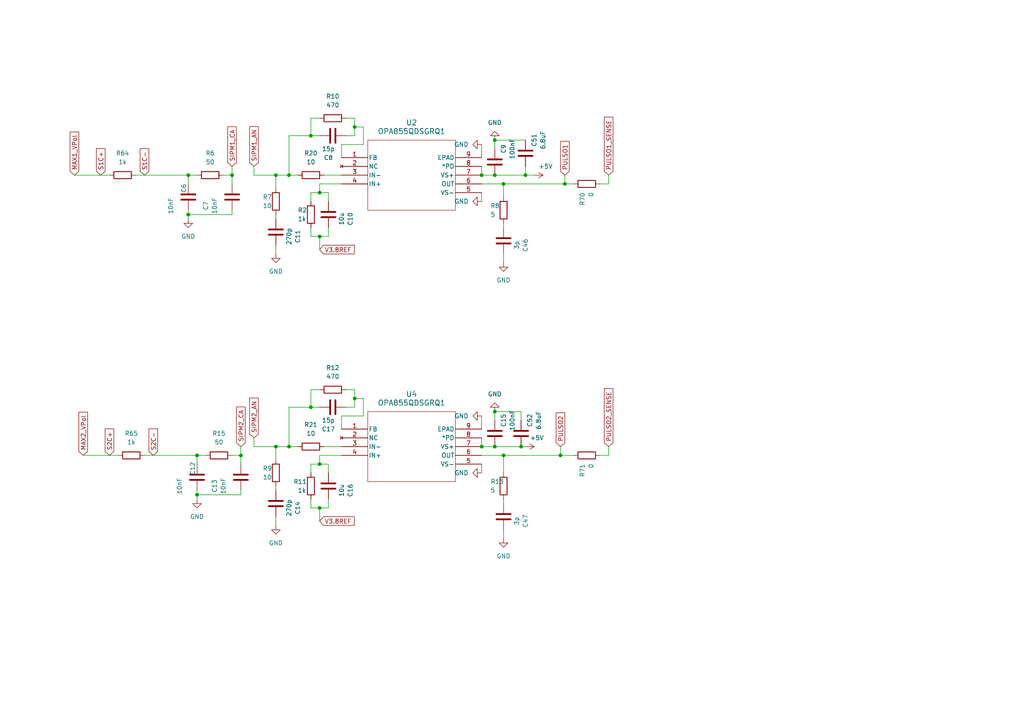
<source format=kicad_sch>
(kicad_sch (version 20230121) (generator eeschema)
  (paper "A4")
  (lib_symbols
    (symbol "Device:C" (pin_numbers hide) (pin_names (offset 0.254))
      (property "Reference" "C" (at 0.635 2.54 0))
      (property "Value" "C" (at 0.635 -2.54 0))
      (symbol "C_0_1"
        (polyline (pts (xy -2.032 -0.762) (xy 2.032 -0.762)) (stroke (width 0.508)))
        (polyline (pts (xy -2.032 0.762) (xy 2.032 0.762)) (stroke (width 0.508)))
      )
      (symbol "C_1_1"
        (pin passive line (at 0 3.81 270) (length 2.794) (name "~") (number "1"))
        (pin passive line (at 0 -3.81 90) (length 2.794) (name "~") (number "2"))
      )
    )
    (symbol "Device:R" (pin_numbers hide) (pin_names (offset 0))
      (property "Reference" "R" (at 2.032 0 90))
      (property "Value" "R" (at 0 0 90))
      (symbol "R_0_1"
        (rectangle (start -1.016 -2.54) (end 1.016 2.54) (stroke (width 0.254)))
      )
      (symbol "R_1_1"
        (pin passive line (at 0 3.81 270) (length 1.27) (name "~") (number "1"))
        (pin passive line (at 0 -3.81 90) (length 1.27) (name "~") (number "2"))
      )
    )
    (symbol "OPA855:OPA855QDSGRQ1" (pin_names (offset 0.254))
      (property "Reference" "U" (at 20.32 10.16 0))
      (property "Value" "OPA855QDSGRQ1" (at 20.32 7.62 0))
      (symbol "OPA855QDSGRQ1_0_1"
        (polyline (pts (xy 7.62 -15.24) (xy 33.02 -15.24)) (stroke (width 0.127)))
        (polyline (pts (xy 7.62 5.08) (xy 7.62 -15.24)) (stroke (width 0.127)))
        (polyline (pts (xy 33.02 -15.24) (xy 33.02 5.08)) (stroke (width 0.127)))
        (polyline (pts (xy 33.02 5.08) (xy 7.62 5.08)) (stroke (width 0.127)))
        (pin input line (at 0 0 0) (length 7.62) (name "FB") (number "1"))
        (pin no_connect line (at 0 -2.54 0) (length 7.62) (name "NC") (number "2"))
        (pin input line (at 0 -5.08 0) (length 7.62) (name "IN-") (number "3"))
        (pin input line (at 0 -7.62 0) (length 7.62) (name "IN+") (number "4"))
        (pin power_in line (at 40.64 -10.16 180) (length 7.62) (name "VS-") (number "5"))
        (pin output line (at 40.64 -7.62 180) (length 7.62) (name "OUT") (number "6"))
        (pin power_in line (at 40.64 -5.08 180) (length 7.62) (name "VS+") (number "7"))
        (pin input line (at 40.64 -2.54 180) (length 7.62) (name "*PD") (number "8"))
        (pin power_in line (at 40.64 0 180) (length 7.62) (name "EPAD") (number "9"))
      )
    )
    (symbol "power:+5V" (power) (pin_names (offset 0))
      (property "Value" "+5V" (at 0 3.556 0))
      (symbol "+5V_0_1"
        (polyline (pts (xy -0.762 1.27) (xy 0 2.54)))
        (polyline (pts (xy 0 0) (xy 0 2.54)))
        (polyline (pts (xy 0 2.54) (xy 0.762 1.27)))
      )
      (symbol "+5V_1_1"
        (pin power_in line (at 0 0 90) (length 0) hide (name "+5V") (number "1"))
      )
    )
    (symbol "power:GND" (power) (pin_names (offset 0))
      (property "Value" "GND" (at 0 -3.81 0))
      (symbol "GND_0_1"
        (polyline (pts (xy 0 0) (xy 0 -1.27) (xy 1.27 -1.27) (xy 0 -2.54) (xy -1.27 -1.27) (xy 0 -1.27)))
      )
      (symbol "GND_1_1"
        (pin power_in line (at 0 0 270) (length 0) hide (name "GND") (number "1"))
      )
    )
  )
  (junction (at 143.51 119.38))
  (junction (at 80.01 129.54))
  (junction (at 143.51 40.64))
  (junction (at 54.61 62.23))
  (junction (at 69.85 132.08))
  (junction (at 57.15 132.08))
  (junction (at 152.4 50.8))
  (junction (at 102.87 115.57))
  (junction (at 163.83 53.34))
  (junction (at 143.51 129.54))
  (junction (at 139.7 50.8))
  (junction (at 83.82 50.8))
  (junction (at 83.82 129.54))
  (junction (at 146.05 53.34))
  (junction (at 139.7 129.54))
  (junction (at 92.71 147.32))
  (junction (at 67.31 50.8))
  (junction (at 146.05 132.08))
  (junction (at 143.51 50.8))
  (junction (at 90.17 39.37))
  (junction (at 92.71 134.62))
  (junction (at 90.17 118.11))
  (junction (at 57.15 143.51))
  (junction (at 162.56 132.08))
  (junction (at 80.01 50.8))
  (junction (at 92.71 55.88))
  (junction (at 54.61 50.8))
  (junction (at 151.13 129.54))
  (junction (at 102.87 36.83))
  (junction (at 92.71 68.58))
  (wire (pts (xy 143.51 40.64) (xy 152.4 40.64)))
  (wire (pts (xy 105.41 36.83) (xy 102.87 36.83)))
  (wire (pts (xy 69.85 129.54) (xy 69.85 132.08)))
  (wire (pts (xy 162.56 129.54) (xy 162.56 132.08)))
  (wire (pts (xy 163.83 50.8) (xy 163.83 53.34)))
  (wire (pts (xy 152.4 48.26) (xy 152.4 50.8)))
  (wire (pts (xy 83.82 129.54) (xy 83.82 118.11)))
  (wire (pts (xy 80.01 71.12) (xy 80.01 73.66)))
  (wire (pts (xy 73.66 127) (xy 73.66 129.54)))
  (wire (pts (xy 139.7 48.26) (xy 139.7 50.8)))
  (wire (pts (xy 67.31 132.08) (xy 69.85 132.08)))
  (wire (pts (xy 92.71 39.37) (xy 90.17 39.37)))
  (wire (pts (xy 90.17 147.32) (xy 90.17 144.78)))
  (wire (pts (xy 21.59 50.8) (xy 31.75 50.8)))
  (wire (pts (xy 143.51 129.54) (xy 151.13 129.54)))
  (wire (pts (xy 83.82 50.8) (xy 86.36 50.8)))
  (wire (pts (xy 73.66 50.8) (xy 80.01 50.8)))
  (wire (pts (xy 24.13 132.08) (xy 34.29 132.08)))
  (wire (pts (xy 93.98 50.8) (xy 99.06 50.8)))
  (wire (pts (xy 80.01 129.54) (xy 83.82 129.54)))
  (wire (pts (xy 90.17 39.37) (xy 90.17 34.29)))
  (wire (pts (xy 102.87 113.03) (xy 102.87 115.57)))
  (wire (pts (xy 146.05 132.08) (xy 162.56 132.08)))
  (wire (pts (xy 146.05 73.66) (xy 146.05 76.2)))
  (wire (pts (xy 73.66 129.54) (xy 80.01 129.54)))
  (wire (pts (xy 57.15 142.24) (xy 57.15 143.51)))
  (wire (pts (xy 102.87 34.29) (xy 102.87 36.83)))
  (wire (pts (xy 176.53 50.8) (xy 176.53 53.34)))
  (wire (pts (xy 95.25 144.78) (xy 95.25 147.32)))
  (wire (pts (xy 95.25 68.58) (xy 92.71 68.58)))
  (wire (pts (xy 105.41 120.65) (xy 105.41 115.57)))
  (wire (pts (xy 152.4 50.8) (xy 154.94 50.8)))
  (wire (pts (xy 57.15 143.51) (xy 57.15 144.78)))
  (wire (pts (xy 151.13 121.92) (xy 151.13 119.38)))
  (wire (pts (xy 39.37 50.8) (xy 54.61 50.8)))
  (wire (pts (xy 139.7 41.91) (xy 139.7 45.72)))
  (wire (pts (xy 54.61 60.96) (xy 54.61 62.23)))
  (wire (pts (xy 176.53 53.34) (xy 173.99 53.34)))
  (wire (pts (xy 102.87 39.37) (xy 100.33 39.37)))
  (wire (pts (xy 139.7 137.16) (xy 139.7 134.62)))
  (wire (pts (xy 151.13 119.38) (xy 143.51 119.38)))
  (wire (pts (xy 102.87 118.11) (xy 100.33 118.11)))
  (wire (pts (xy 176.53 132.08) (xy 173.99 132.08)))
  (wire (pts (xy 143.51 50.8) (xy 152.4 50.8)))
  (wire (pts (xy 95.25 134.62) (xy 95.25 137.16)))
  (wire (pts (xy 93.98 129.54) (xy 99.06 129.54)))
  (wire (pts (xy 67.31 62.23) (xy 54.61 62.23)))
  (wire (pts (xy 90.17 137.16) (xy 90.17 134.62)))
  (wire (pts (xy 146.05 144.78) (xy 146.05 146.05)))
  (wire (pts (xy 146.05 53.34) (xy 163.83 53.34)))
  (wire (pts (xy 92.71 134.62) (xy 95.25 134.62)))
  (wire (pts (xy 100.33 34.29) (xy 102.87 34.29)))
  (wire (pts (xy 92.71 147.32) (xy 92.71 151.13)))
  (wire (pts (xy 139.7 129.54) (xy 143.51 129.54)))
  (wire (pts (xy 54.61 62.23) (xy 54.61 63.5)))
  (wire (pts (xy 57.15 132.08) (xy 59.69 132.08)))
  (wire (pts (xy 67.31 50.8) (xy 67.31 53.34)))
  (wire (pts (xy 99.06 41.91) (xy 105.41 41.91)))
  (wire (pts (xy 83.82 118.11) (xy 90.17 118.11)))
  (wire (pts (xy 83.82 129.54) (xy 86.36 129.54)))
  (wire (pts (xy 139.7 127) (xy 139.7 129.54)))
  (wire (pts (xy 54.61 50.8) (xy 57.15 50.8)))
  (wire (pts (xy 176.53 129.54) (xy 176.53 132.08)))
  (wire (pts (xy 83.82 39.37) (xy 90.17 39.37)))
  (wire (pts (xy 80.01 50.8) (xy 80.01 54.61)))
  (wire (pts (xy 95.25 66.04) (xy 95.25 68.58)))
  (wire (pts (xy 102.87 115.57) (xy 102.87 118.11)))
  (wire (pts (xy 95.25 55.88) (xy 95.25 58.42)))
  (wire (pts (xy 139.7 53.34) (xy 146.05 53.34)))
  (wire (pts (xy 41.91 132.08) (xy 57.15 132.08)))
  (wire (pts (xy 69.85 143.51) (xy 57.15 143.51)))
  (wire (pts (xy 92.71 55.88) (xy 95.25 55.88)))
  (wire (pts (xy 92.71 68.58) (xy 92.71 72.39)))
  (wire (pts (xy 105.41 41.91) (xy 105.41 36.83)))
  (wire (pts (xy 90.17 68.58) (xy 90.17 66.04)))
  (wire (pts (xy 90.17 34.29) (xy 92.71 34.29)))
  (wire (pts (xy 146.05 53.34) (xy 146.05 57.15)))
  (wire (pts (xy 73.66 48.26) (xy 73.66 50.8)))
  (wire (pts (xy 99.06 124.46) (xy 99.06 120.65)))
  (wire (pts (xy 57.15 132.08) (xy 57.15 134.62)))
  (wire (pts (xy 100.33 113.03) (xy 102.87 113.03)))
  (wire (pts (xy 83.82 50.8) (xy 83.82 39.37)))
  (wire (pts (xy 99.06 45.72) (xy 99.06 41.91)))
  (wire (pts (xy 143.51 40.64) (xy 143.51 43.18)))
  (wire (pts (xy 146.05 132.08) (xy 146.05 137.16)))
  (wire (pts (xy 69.85 132.08) (xy 69.85 134.62)))
  (wire (pts (xy 139.7 120.65) (xy 139.7 124.46)))
  (wire (pts (xy 90.17 118.11) (xy 90.17 113.03)))
  (wire (pts (xy 92.71 53.34) (xy 99.06 53.34)))
  (wire (pts (xy 162.56 132.08) (xy 166.37 132.08)))
  (wire (pts (xy 80.01 62.23) (xy 80.01 63.5)))
  (wire (pts (xy 69.85 142.24) (xy 69.85 143.51)))
  (wire (pts (xy 92.71 118.11) (xy 90.17 118.11)))
  (wire (pts (xy 80.01 129.54) (xy 80.01 133.35)))
  (wire (pts (xy 64.77 50.8) (xy 67.31 50.8)))
  (wire (pts (xy 67.31 48.26) (xy 67.31 50.8)))
  (wire (pts (xy 92.71 53.34) (xy 92.71 55.88)))
  (wire (pts (xy 163.83 53.34) (xy 166.37 53.34)))
  (wire (pts (xy 54.61 50.8) (xy 54.61 53.34)))
  (wire (pts (xy 92.71 147.32) (xy 90.17 147.32)))
  (wire (pts (xy 102.87 36.83) (xy 102.87 39.37)))
  (wire (pts (xy 139.7 50.8) (xy 143.51 50.8)))
  (wire (pts (xy 92.71 68.58) (xy 90.17 68.58)))
  (wire (pts (xy 80.01 140.97) (xy 80.01 142.24)))
  (wire (pts (xy 67.31 60.96) (xy 67.31 62.23)))
  (wire (pts (xy 99.06 120.65) (xy 105.41 120.65)))
  (wire (pts (xy 92.71 132.08) (xy 99.06 132.08)))
  (wire (pts (xy 146.05 153.67) (xy 146.05 156.21)))
  (wire (pts (xy 80.01 50.8) (xy 83.82 50.8)))
  (wire (pts (xy 92.71 132.08) (xy 92.71 134.62)))
  (wire (pts (xy 139.7 132.08) (xy 146.05 132.08)))
  (wire (pts (xy 143.51 119.38) (xy 143.51 121.92)))
  (wire (pts (xy 146.05 64.77) (xy 146.05 66.04)))
  (wire (pts (xy 90.17 58.42) (xy 90.17 55.88)))
  (wire (pts (xy 90.17 113.03) (xy 92.71 113.03)))
  (wire (pts (xy 139.7 58.42) (xy 139.7 55.88)))
  (wire (pts (xy 90.17 55.88) (xy 92.71 55.88)))
  (wire (pts (xy 95.25 147.32) (xy 92.71 147.32)))
  (wire (pts (xy 90.17 134.62) (xy 92.71 134.62)))
  (wire (pts (xy 151.13 129.54) (xy 152.4 129.54)))
  (wire (pts (xy 105.41 115.57) (xy 102.87 115.57)))
  (wire (pts (xy 80.01 149.86) (xy 80.01 152.4)))
  (global_label "PULSO1" (shape input) (at 163.83 50.8 90) (property "Intersheetrefs" "${INTERSHEET_REFS}" (effects hide)))
  (global_label "S1C-" (shape input) (at 41.91 50.8 90) (property "Intersheetrefs" "${INTERSHEET_REFS}" (effects hide)))
  (global_label "SIPM2_AN" (shape input) (at 73.66 127 90) (property "Intersheetrefs" "${INTERSHEET_REFS}" (effects hide)))
  (global_label "PULSO1_SENSE" (shape input) (at 176.53 50.8 90) (property "Intersheetrefs" "${INTERSHEET_REFS}" (effects hide)))
  (global_label "PULSO2" (shape input) (at 162.56 129.54 90) (property "Intersheetrefs" "${INTERSHEET_REFS}" (effects hide)))
  (global_label "V3.8REF" (shape input) (at 92.71 72.39 0) (property "Intersheetrefs" "${INTERSHEET_REFS}" (effects hide)))
  (global_label "PULSO2_SENSE" (shape input) (at 176.53 129.54 90) (property "Intersheetrefs" "${INTERSHEET_REFS}" (effects hide)))
  (global_label "SIPM2_CA" (shape input) (at 69.85 129.54 90) (property "Intersheetrefs" "${INTERSHEET_REFS}" (effects hide)))
  (global_label "S2C+" (shape input) (at 31.75 132.08 90) (property "Intersheetrefs" "${INTERSHEET_REFS}" (effects hide)))
  (global_label "SIPM1_CA" (shape input) (at 67.31 48.26 90) (property "Intersheetrefs" "${INTERSHEET_REFS}" (effects hide)))
  (global_label "S1C+" (shape input) (at 29.21 50.8 90) (property "Intersheetrefs" "${INTERSHEET_REFS}" (effects hide)))
  (global_label "V3.8REF" (shape input) (at 92.71 151.13 0) (property "Intersheetrefs" "${INTERSHEET_REFS}" (effects hide)))
  (global_label "MAX1_VPol" (shape input) (at 21.59 50.8 90) (property "Intersheetrefs" "${INTERSHEET_REFS}" (effects hide)))
  (global_label "MAX2_VPol" (shape input) (at 24.13 132.08 90) (property "Intersheetrefs" "${INTERSHEET_REFS}" (effects hide)))
  (global_label "SIPM1_AN" (shape input) (at 73.66 48.26 90) (property "Intersheetrefs" "${INTERSHEET_REFS}" (effects hide)))
  (global_label "S2C-" (shape input) (at 44.45 132.08 90) (property "Intersheetrefs" "${INTERSHEET_REFS}" (effects hide)))
  (symbol (lib_id "Device:C") (at 143.51 125.73 180) (unit 1)
    (property "Reference" "C15" (at 146.05 121.92 90))
    (property "Value" "100nF" (at 148.59 121.92 90))
    (property "Footprint" "Capacitor_SMD:C_0805_2012Metric" (effects hide))
  )
  (symbol (lib_id "Device:R") (at 170.18 53.34 90) (unit 1)
    (property "Reference" "R70" (at 168.91 59.69 0) (effects (justify left)))
    (property "Value" "0" (at 171.45 57.15 0) (effects (justify left)))
    (property "Footprint" "Resistor_SMD:R_0805_2012Metric" (effects hide))
  )
  (symbol (lib_id "Device:R") (at 90.17 129.54 270) (unit 1)
    (property "Reference" "R21" (at 90.17 123.19 90))
    (property "Value" "10" (at 90.17 125.73 90))
    (property "Footprint" "Resistor_SMD:R_0805_2012Metric" (effects hide))
  )
  (symbol (lib_id "power:GND") (at 146.05 76.2 0) (unit 1)
    (property "Reference" "#PWR014" (effects hide))
    (property "Value" "GND" (at 146.05 81.28 0))
  )
  (symbol (lib_id "power:GND") (at 139.7 120.65 270) (unit 1)
    (property "Reference" "#PWR029" (effects hide))
    (property "Value" "GND" (at 135.89 120.65 90) (effects (justify right)))
  )
  (symbol (lib_id "power:+5V") (at 154.94 50.8 270) (unit 1)
    (property "Reference" "#PWR018" (effects hide))
    (property "Value" "+5V" (at 156.21 48.26 90) (effects (justify left)))
  )
  (symbol (lib_id "Device:R") (at 90.17 140.97 0) (unit 1)
    (property "Reference" "R11" (at 85.09 139.7 0) (effects (justify left)))
    (property "Value" "1k" (at 86.36 142.24 0) (effects (justify left)))
    (property "Footprint" "Resistor_SMD:R_0805_2012Metric" (effects hide))
  )
  (symbol (lib_id "Device:C") (at 80.01 146.05 180) (unit 1)
    (property "Reference" "C14" (at 86.36 147.32 90))
    (property "Value" "270p" (at 83.82 147.32 90))
    (property "Footprint" "Capacitor_SMD:C_0805_2012Metric" (effects hide))
  )
  (symbol (lib_id "power:GND") (at 80.01 152.4 0) (unit 1)
    (property "Reference" "#PWR019" (effects hide))
    (property "Value" "GND" (at 80.01 157.48 0))
  )
  (symbol (lib_id "power:GND") (at 143.51 119.38 180) (unit 1)
    (property "Reference" "#PWR031" (effects hide))
    (property "Value" "GND" (at 143.51 114.3 0))
  )
  (symbol (lib_id "Device:C") (at 96.52 39.37 90) (unit 1)
    (property "Reference" "C8" (at 95.25 45.72 90))
    (property "Value" "15p" (at 95.25 43.18 90))
    (property "Footprint" "Capacitor_SMD:C_0805_2012Metric" (effects hide))
  )
  (symbol (lib_id "Device:C") (at 67.31 57.15 180) (unit 1)
    (property "Reference" "C7" (at 59.69 59.69 90))
    (property "Value" "10nF" (at 62.23 59.69 90))
    (property "Footprint" "Capacitor_SMD:C_0805_2012Metric" (effects hide))
  )
  (symbol (lib_id "Device:R") (at 96.52 34.29 270) (unit 1)
    (property "Reference" "R10" (at 96.52 27.94 90))
    (property "Value" "470" (at 96.52 30.48 90))
    (property "Footprint" "Resistor_SMD:R_0805_2012Metric" (effects hide))
  )
  (symbol (lib_id "Device:C") (at 151.13 125.73 180) (unit 1)
    (property "Reference" "C52" (at 153.67 121.92 90))
    (property "Value" "6.8uF" (at 156.21 121.92 90))
    (property "Footprint" "Capacitor_SMD:C_0805_2012Metric" (effects hide))
  )
  (symbol (lib_id "power:GND") (at 139.7 41.91 270) (unit 1)
    (property "Reference" "#PWR015" (effects hide))
    (property "Value" "GND" (at 135.89 41.91 90) (effects (justify right)))
  )
  (symbol (lib_id "Device:R") (at 96.52 113.03 270) (unit 1)
    (property "Reference" "R12" (at 96.52 106.68 90))
    (property "Value" "470" (at 96.52 109.22 90))
    (property "Footprint" "Resistor_SMD:R_0805_2012Metric" (effects hide))
  )
  (symbol (lib_id "Device:R") (at 80.01 137.16 0) (unit 1)
    (property "Reference" "R9" (at 76.2 135.89 0) (effects (justify left)))
    (property "Value" "10" (at 76.2 138.43 0) (effects (justify left)))
    (property "Footprint" "Resistor_SMD:R_0805_2012Metric" (effects hide))
  )
  (symbol (lib_id "Device:R") (at 80.01 58.42 0) (unit 1)
    (property "Reference" "R7" (at 76.2 57.15 0) (effects (justify left)))
    (property "Value" "10" (at 76.2 59.69 0) (effects (justify left)))
    (property "Footprint" "Resistor_SMD:R_0805_2012Metric" (effects hide))
  )
  (symbol (lib_id "Device:C") (at 95.25 62.23 180) (unit 1)
    (property "Reference" "C10" (at 101.6 63.5 90))
    (property "Value" "10u" (at 99.06 63.5 90))
    (property "Footprint" "Capacitor_SMD:C_0805_2012Metric" (effects hide))
  )
  (symbol (lib_id "Device:C") (at 96.52 118.11 90) (unit 1)
    (property "Reference" "C17" (at 95.25 124.46 90))
    (property "Value" "15p" (at 95.25 121.92 90))
    (property "Footprint" "Capacitor_SMD:C_0805_2012Metric" (effects hide))
  )
  (symbol (lib_id "Device:C") (at 152.4 44.45 180) (unit 1)
    (property "Reference" "C51" (at 154.94 40.64 90))
    (property "Value" "6.8uF" (at 157.48 40.64 90))
    (property "Footprint" "Capacitor_SMD:C_0805_2012Metric" (effects hide))
  )
  (symbol (lib_id "Device:C") (at 146.05 149.86 180) (unit 1)
    (property "Reference" "C47" (at 152.4 151.13 90))
    (property "Value" "3p" (at 149.86 151.13 90))
    (property "Footprint" "Capacitor_SMD:C_0805_2012Metric" (effects hide))
  )
  (symbol (lib_id "Device:R") (at 38.1 132.08 90) (unit 1)
    (property "Reference" "R65" (at 38.1 125.73 90))
    (property "Value" "1k" (at 38.1 128.27 90))
    (property "Footprint" "Resistor_SMD:R_0805_2012Metric" (effects hide))
  )
  (symbol (lib_id "OPA855:OPA855QDSGRQ1") (at 99.06 45.72 0) (unit 1)
    (property "Reference" "U2" (at 119.38 35.56 0) (effects (font (size 1.524 1.524))))
    (property "Value" "OPA855QDSGRQ1" (at 119.38 38.1 0) (effects (font (size 1.524 1.524))))
    (property "Footprint" "0A_OPA855QDSGRQ1:WSON8_DSG_TEX" (effects hide))
    (property "Datasheet" "OPA855QDSGRQ1" (effects hide))
  )
  (symbol (lib_id "Device:C") (at 95.25 140.97 180) (unit 1)
    (property "Reference" "C16" (at 101.6 142.24 90))
    (property "Value" "10u" (at 99.06 142.24 90))
    (property "Footprint" "Capacitor_SMD:C_0805_2012Metric" (effects hide))
  )
  (symbol (lib_id "power:GND") (at 57.15 144.78 0) (unit 1)
    (property "Reference" "#PWR026" (effects hide))
    (property "Value" "GND" (at 57.15 149.86 0))
  )
  (symbol (lib_id "OPA855:OPA855QDSGRQ1") (at 99.06 124.46 0) (unit 1)
    (property "Reference" "U4" (at 119.38 114.3 0) (effects (font (size 1.524 1.524))))
    (property "Value" "OPA855QDSGRQ1" (at 119.38 116.84 0) (effects (font (size 1.524 1.524))))
    (property "Footprint" "0A_OPA855QDSGRQ1:WSON8_DSG_TEX" (effects hide))
    (property "Datasheet" "OPA855QDSGRQ1" (effects hide))
  )
  (symbol (lib_id "power:GND") (at 139.7 137.16 270) (unit 1)
    (property "Reference" "#PWR030" (effects hide))
    (property "Value" "GND" (at 135.89 137.16 90) (effects (justify right)))
  )
  (symbol (lib_id "Device:C") (at 69.85 138.43 180) (unit 1)
    (property "Reference" "C13" (at 62.23 140.97 90))
    (property "Value" "10nF" (at 64.77 140.97 90))
    (property "Footprint" "Capacitor_SMD:C_0805_2012Metric" (effects hide))
  )
  (symbol (lib_id "Device:R") (at 170.18 132.08 90) (unit 1)
    (property "Reference" "R71" (at 168.91 138.43 0) (effects (justify left)))
    (property "Value" "0" (at 171.45 135.89 0) (effects (justify left)))
    (property "Footprint" "Resistor_SMD:R_0805_2012Metric" (effects hide))
  )
  (symbol (lib_id "Device:R") (at 90.17 50.8 270) (unit 1)
    (property "Reference" "R20" (at 90.17 44.45 90))
    (property "Value" "10" (at 90.17 46.99 90))
    (property "Footprint" "Resistor_SMD:R_0805_2012Metric" (effects hide))
  )
  (symbol (lib_id "power:GND") (at 80.01 73.66 0) (unit 1)
    (property "Reference" "#PWR013" (effects hide))
    (property "Value" "GND" (at 80.01 78.74 0))
  )
  (symbol (lib_id "Device:C") (at 143.51 46.99 180) (unit 1)
    (property "Reference" "C9" (at 146.05 43.18 90))
    (property "Value" "100nF" (at 148.59 43.18 90))
    (property "Footprint" "Capacitor_SMD:C_0805_2012Metric" (effects hide))
  )
  (symbol (lib_id "Device:R") (at 63.5 132.08 90) (unit 1)
    (property "Reference" "R15" (at 63.5 125.73 90))
    (property "Value" "50" (at 63.5 128.27 90))
    (property "Footprint" "Resistor_SMD:R_0805_2012Metric" (effects hide))
  )
  (symbol (lib_id "Device:R") (at 146.05 140.97 0) (unit 1)
    (property "Reference" "R13" (at 142.24 139.7 0) (effects (justify left)))
    (property "Value" "5" (at 142.24 142.24 0) (effects (justify left)))
    (property "Footprint" "Resistor_SMD:R_0805_2012Metric" (effects hide))
  )
  (symbol (lib_id "Device:C") (at 146.05 69.85 180) (unit 1)
    (property "Reference" "C46" (at 152.4 71.12 90))
    (property "Value" "3p" (at 149.86 71.12 90))
    (property "Footprint" "Capacitor_SMD:C_0805_2012Metric" (effects hide))
  )
  (symbol (lib_id "Device:R") (at 146.05 60.96 0) (unit 1)
    (property "Reference" "R8" (at 142.24 59.69 0) (effects (justify left)))
    (property "Value" "5" (at 142.24 62.23 0) (effects (justify left)))
    (property "Footprint" "Resistor_SMD:R_0805_2012Metric" (effects hide))
  )
  (symbol (lib_id "Device:R") (at 35.56 50.8 90) (unit 1)
    (property "Reference" "R64" (at 35.56 44.45 90))
    (property "Value" "1k" (at 35.56 46.99 90))
    (property "Footprint" "Resistor_SMD:R_0805_2012Metric" (effects hide))
  )
  (symbol (lib_id "Device:R") (at 60.96 50.8 90) (unit 1)
    (property "Reference" "R6" (at 60.96 44.45 90))
    (property "Value" "50" (at 60.96 46.99 90))
    (property "Footprint" "Resistor_SMD:R_0805_2012Metric" (effects hide))
  )
  (symbol (lib_id "power:+5V") (at 152.4 129.54 270) (unit 1)
    (property "Reference" "#PWR032" (effects hide))
    (property "Value" "+5V" (at 153.67 127 90) (effects (justify left)))
  )
  (symbol (lib_id "power:GND") (at 143.51 40.64 180) (unit 1)
    (property "Reference" "#PWR017" (effects hide))
    (property "Value" "GND" (at 143.51 35.56 0))
  )
  (symbol (lib_id "Device:C") (at 80.01 67.31 180) (unit 1)
    (property "Reference" "C11" (at 86.36 68.58 90))
    (property "Value" "270p" (at 83.82 68.58 90))
    (property "Footprint" "Capacitor_SMD:C_0805_2012Metric" (effects hide))
  )
  (symbol (lib_id "Device:R") (at 90.17 62.23 0) (unit 1)
    (property "Reference" "R2" (at 86.36 60.96 0) (effects (justify left)))
    (property "Value" "1k" (at 86.36 63.5 0) (effects (justify left)))
    (property "Footprint" "Resistor_SMD:R_0805_2012Metric" (effects hide))
  )
  (symbol (lib_id "Device:C") (at 54.61 57.15 180) (unit 1)
    (property "Reference" "C6" (at 53.34 54.61 90))
    (property "Value" "10nF" (at 49.53 59.69 90))
    (property "Footprint" "Capacitor_SMD:C_0805_2012Metric" (effects hide))
  )
  (symbol (lib_id "power:GND") (at 146.05 156.21 0) (unit 1)
    (property "Reference" "#PWR020" (effects hide))
    (property "Value" "GND" (at 146.05 161.29 0))
  )
  (symbol (lib_id "Device:C") (at 57.15 138.43 180) (unit 1)
    (property "Reference" "C12" (at 55.88 135.89 90))
    (property "Value" "10nF" (at 52.07 140.97 90))
    (property "Footprint" "Capacitor_SMD:C_0805_2012Metric" (effects hide))
  )
  (symbol (lib_id "power:GND") (at 139.7 58.42 270) (unit 1)
    (property "Reference" "#PWR016" (effects hide))
    (property "Value" "GND" (at 135.89 58.42 90) (effects (justify right)))
  )
  (symbol (lib_id "power:GND") (at 54.61 63.5 0) (unit 1)
    (property "Reference" "#PWR012" (effects hide))
    (property "Value" "GND" (at 54.61 68.58 0))
  )
)
</source>
